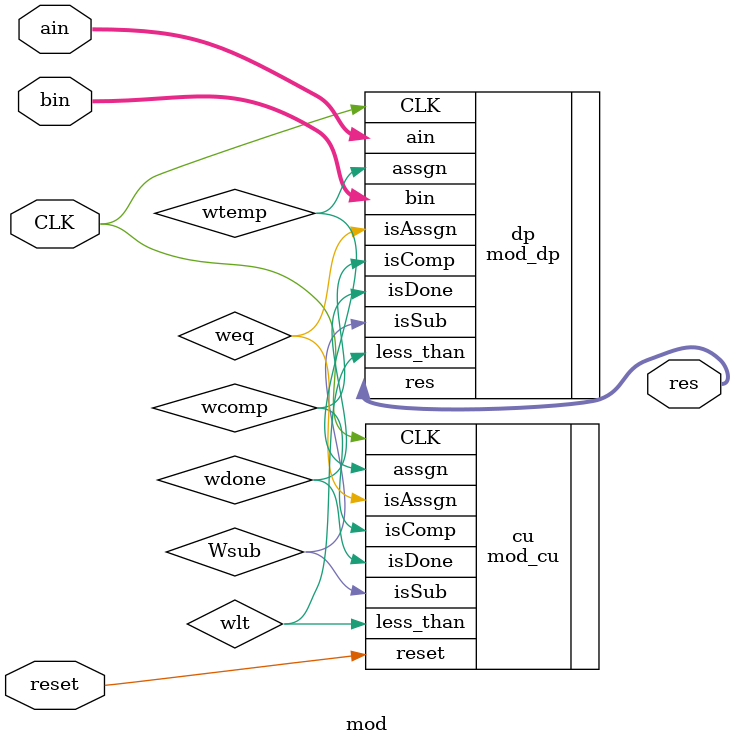
<source format=v>
module mod (
	output [31:0] res,
	input [31:0] ain, 
	input [31:0] bin, 
	input
		CLK,
		reset
	);
	
	mod_cu cu (
		.isSub(Wsub), 
		.isAssgn(weq), 
		.isComp(wcomp), 
		.assgn(wtemp), 
		.isDone(wdone),
		.less_than(wlt),
		.CLK(CLK), 
		.reset(reset) 
	);
						
	mod_dp dp (
		.res(res),
		.less_than(wlt),
		.ain(ain),
		.bin(bin),
		.isSub(Wsub), 
		.isAssgn(weq), 
		.isComp(wcomp), 
		.assgn(wtemp), 
		.isDone(wdone),
		.CLK(CLK) 
	);
	
endmodule
</source>
